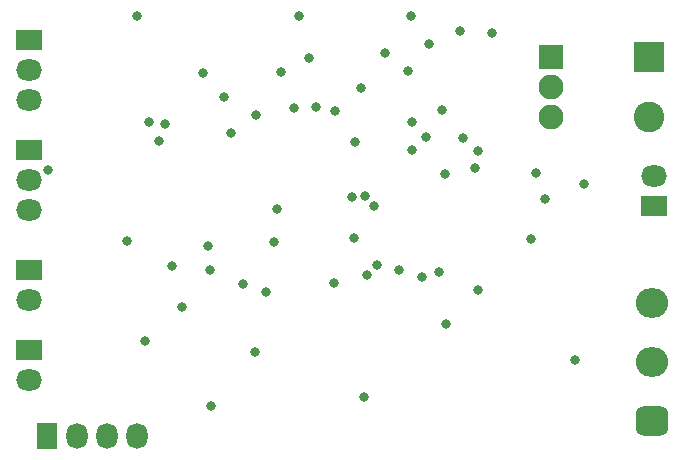
<source format=gbs>
G04*
G04 #@! TF.GenerationSoftware,Altium Limited,Altium Designer,22.5.1 (42)*
G04*
G04 Layer_Color=16711935*
%FSLAX44Y44*%
%MOMM*%
G71*
G04*
G04 #@! TF.SameCoordinates,7BE4DF7C-7C26-4D94-8E65-31FE19049D94*
G04*
G04*
G04 #@! TF.FilePolarity,Negative*
G04*
G01*
G75*
G04:AMPARAMS|DCode=49|XSize=2.74mm|YSize=2.5mm|CornerRadius=0.675mm|HoleSize=0mm|Usage=FLASHONLY|Rotation=180.000|XOffset=0mm|YOffset=0mm|HoleType=Round|Shape=RoundedRectangle|*
%AMROUNDEDRECTD49*
21,1,2.7400,1.1500,0,0,180.0*
21,1,1.3900,2.5000,0,0,180.0*
1,1,1.3500,-0.6950,0.5750*
1,1,1.3500,0.6950,0.5750*
1,1,1.3500,0.6950,-0.5750*
1,1,1.3500,-0.6950,-0.5750*
%
%ADD49ROUNDEDRECTD49*%
%ADD50O,2.7400X2.5000*%
%ADD51R,2.2000X1.8000*%
%ADD52O,2.2000X1.8000*%
%ADD53R,2.1100X2.1100*%
%ADD54C,2.1100*%
%ADD55R,1.8000X2.2000*%
%ADD56O,1.8000X2.2000*%
%ADD57R,2.6000X2.6000*%
%ADD58C,2.6000*%
%ADD59C,0.8000*%
D49*
X559000Y42530D02*
D03*
D50*
Y92530D02*
D03*
Y142530D02*
D03*
D51*
X32000Y103000D02*
D03*
X561000Y225000D02*
D03*
X32000Y171000D02*
D03*
Y365580D02*
D03*
Y272000D02*
D03*
D52*
Y77600D02*
D03*
X561000Y250400D02*
D03*
X32000Y145600D02*
D03*
Y314780D02*
D03*
Y340180D02*
D03*
Y221200D02*
D03*
Y246600D02*
D03*
D53*
X474000Y351000D02*
D03*
D54*
X474000Y325500D02*
D03*
Y300000D02*
D03*
D55*
X46600Y30000D02*
D03*
D56*
X72000D02*
D03*
X122800D02*
D03*
X97400D02*
D03*
D57*
X557000Y351000D02*
D03*
D58*
Y300200D02*
D03*
D59*
X368000Y283000D02*
D03*
X242000Y222000D02*
D03*
X224000Y302000D02*
D03*
X275000Y309000D02*
D03*
X291000Y304885D02*
D03*
X48000Y255000D02*
D03*
X364805Y164938D02*
D03*
X412174Y153497D02*
D03*
X245000Y338000D02*
D03*
X385000Y125000D02*
D03*
X356164Y296103D02*
D03*
X213000Y158550D02*
D03*
X232000Y152000D02*
D03*
X352500Y339000D02*
D03*
X412000Y271000D02*
D03*
X308000Y279000D02*
D03*
X268923Y349835D02*
D03*
X469000Y231000D02*
D03*
X457000Y197000D02*
D03*
X461000Y253000D02*
D03*
X398942Y282684D02*
D03*
X186000Y55500D02*
D03*
X494000Y94000D02*
D03*
X502000Y243000D02*
D03*
X315000Y63000D02*
D03*
X424000Y371000D02*
D03*
X409000Y257000D02*
D03*
X256000Y308000D02*
D03*
X384000Y252000D02*
D03*
X381500Y306338D02*
D03*
X130000Y110858D02*
D03*
X153000Y174000D02*
D03*
X161000Y139000D02*
D03*
X307000Y198000D02*
D03*
X290000Y160000D02*
D03*
X239000Y194000D02*
D03*
X323549Y224497D02*
D03*
X316049Y233445D02*
D03*
X203000Y287000D02*
D03*
X379000Y169000D02*
D03*
X305322Y232123D02*
D03*
X326000Y175000D02*
D03*
X345000Y171000D02*
D03*
X313000Y325000D02*
D03*
X133000Y296000D02*
D03*
X318000Y166000D02*
D03*
X183346Y190773D02*
D03*
X333000Y354000D02*
D03*
X355000Y386000D02*
D03*
X356000Y272000D02*
D03*
X197000Y317000D02*
D03*
X179000Y337000D02*
D03*
X185000Y171000D02*
D03*
X115000Y195000D02*
D03*
X370000Y362000D02*
D03*
X397000Y373000D02*
D03*
X223000Y101000D02*
D03*
X147000Y294000D02*
D03*
X142000Y280000D02*
D03*
X260000Y386000D02*
D03*
X123000D02*
D03*
M02*

</source>
